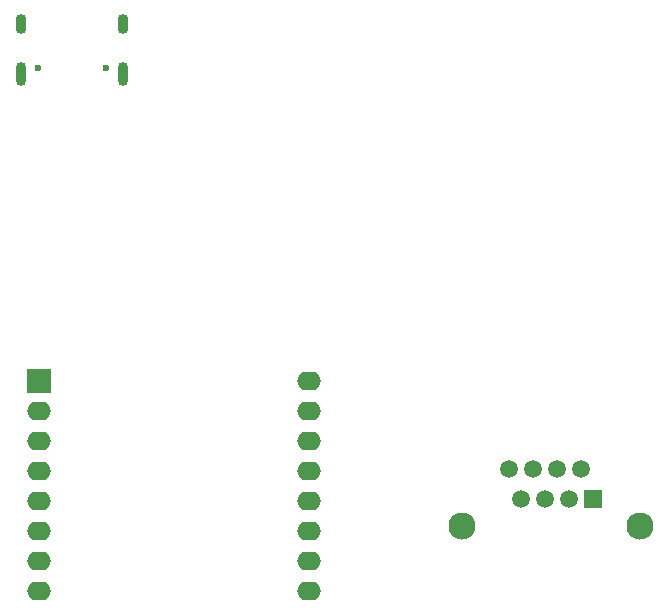
<source format=gbr>
%TF.GenerationSoftware,KiCad,Pcbnew,(6.0.11-0)*%
%TF.CreationDate,2023-03-27T22:19:29-07:00*%
%TF.ProjectId,LED,4c45442e-6b69-4636-9164-5f7063625858,rev?*%
%TF.SameCoordinates,Original*%
%TF.FileFunction,Soldermask,Bot*%
%TF.FilePolarity,Negative*%
%FSLAX46Y46*%
G04 Gerber Fmt 4.6, Leading zero omitted, Abs format (unit mm)*
G04 Created by KiCad (PCBNEW (6.0.11-0)) date 2023-03-27 22:19:29*
%MOMM*%
%LPD*%
G01*
G04 APERTURE LIST*
%ADD10R,2.000000X2.000000*%
%ADD11O,2.000000X1.600000*%
%ADD12C,2.300000*%
%ADD13R,1.500000X1.500000*%
%ADD14C,1.500000*%
%ADD15C,0.600000*%
%ADD16O,0.900000X2.000000*%
%ADD17O,0.900000X1.700000*%
G04 APERTURE END LIST*
D10*
%TO.C,U2*%
X73373000Y-92710000D03*
D11*
X73373000Y-95250000D03*
X73373000Y-97790000D03*
X73373000Y-100330000D03*
X73373000Y-102870000D03*
X73373000Y-105410000D03*
X73373000Y-107950000D03*
X73373000Y-110490000D03*
X96233000Y-110490000D03*
X96233000Y-107950000D03*
X96233000Y-105410000D03*
X96233000Y-102870000D03*
X96233000Y-100330000D03*
X96233000Y-97790000D03*
X96233000Y-95250000D03*
X96233000Y-92710000D03*
%TD*%
D12*
%TO.C,J2*%
X124229829Y-105013169D03*
X109229829Y-105013169D03*
D13*
X120299829Y-102713169D03*
D14*
X119279829Y-100173169D03*
X118259829Y-102713169D03*
X117239829Y-100173169D03*
X116219829Y-102713169D03*
X115199829Y-100173169D03*
X114179829Y-102713169D03*
X113159829Y-100173169D03*
%TD*%
D15*
%TO.C,J1*%
X73310000Y-66220000D03*
X79090000Y-66220000D03*
D16*
X71880000Y-66700000D03*
D17*
X80520000Y-62530000D03*
D16*
X80520000Y-66700000D03*
D17*
X71880000Y-62530000D03*
%TD*%
M02*

</source>
